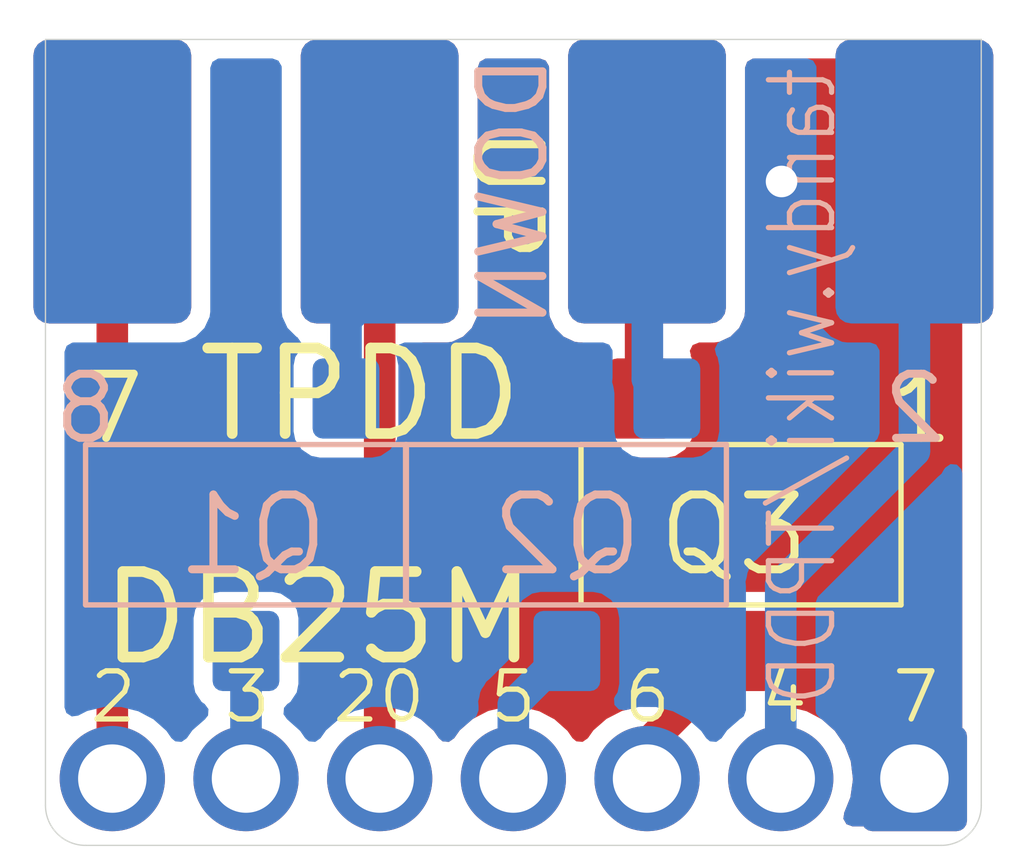
<source format=kicad_pcb>
(kicad_pcb (version 20240108) (generator "pcbnew") (generator_version "8.0")
  (layers (0 "F.Cu" signal "Top") (31 "B.Cu" signal "Bottom") (34 "B.Paste" user) (35 "F.Paste" user) (36 "B.SilkS" user "B.Silkscreen") (37 "F.SilkS" user "F.Silkscreen") (38 "B.Mask" user) (39 "F.Mask" user) (44 "Edge.Cuts" user))
  (net 0 "")
  (net 1 "/RX_232")
  (net 2 "/RTS")
  (net 3 "/CTS_232")
  (net 4 "/DSR_232")
  (net 5 "GNDS")
  (net 6 "/DTR")
  (net 7 "/RX_TTL")
  (net 8 "/CTS_TTL")
  (net 9 "/DSR_TTL")
  (net 10 "/TX")
  (footprint "000_LOCAL:SC-59" (layer "F.Cu") (at 147.152 86.1695 -90)
    (property "Reference" "Q3" (at -0.3175 0.8255 0) (layer "F.SilkS") (effects (font (size 0.7112 0.7112) (thickness 0.0762)) (justify left top)))
    (property "Value" "DTA114E" (hide yes))
    (fp_line (start -0.762 1.516) (end 0.762 1.516) (stroke (width 0.0508)) (layer "F.SilkS"))
    (fp_line (start -0.762 -1.524) (end -0.762 1.516) (stroke (width 0.0508)) (layer "F.SilkS"))
    (fp_line (start -0.762 -1.524) (end 0.762 -1.524) (stroke (width 0.0508)) (layer "F.SilkS"))
    (fp_line (start 0.762 -1.524) (end 0.762 1.516) (stroke (width 0.0508)) (layer "F.SilkS"))
    (pad "1" smd roundrect (at -1.2 -0.95 270) (size 0.762 0.635) (layers "F.Cu" "F.Paste" "F.Mask") (roundrect_rratio 0.15) (net 5 "GNDS"))
    (pad "2" smd roundrect (at -1.2 0.95 270) (size 0.762 0.635) (layers "F.Cu" "F.Paste" "F.Mask") (roundrect_rratio 0.15) (net 9 "/DSR_TTL"))
    (pad "3" smd roundrect (at 1.2 0 270) (size 0.762 0.635) (layers "F.Cu" "F.Paste" "F.Mask") (roundrect_rratio 0.15) (net 4 "/DSR_232"))
  )
  (footprint "000_LOCAL:1x7x2mm" (layer "F.Cu") (at 146.263 86.8045)
    (property "Reference" "J1" (hide yes))
    (property "Value" "Conn_01x07" (hide yes))
    (pad "1" thru_hole roundrect (at 2.54 1.778 270) (size 1 1) (drill 0.65) (layers "*.Cu" "*.Mask") (roundrect_rratio 0.1) (net 5 "GNDS"))
    (pad "2" thru_hole oval (at 1.27 1.778 270) (size 1 1) (drill 0.65) (layers "*.Cu" "*.Mask") (net 2 "/RTS"))
    (pad "3" thru_hole oval (at 0 1.778 270) (size 1 1) (drill 0.65) (layers "*.Cu" "*.Mask") (net 4 "/DSR_232"))
    (pad "4" thru_hole oval (at -1.27 1.778 270) (size 1 1) (drill 0.65) (layers "*.Cu" "*.Mask") (net 3 "/CTS_232"))
    (pad "5" thru_hole oval (at -2.54 1.778 270) (size 1 1) (drill 0.65) (layers "*.Cu" "*.Mask") (net 6 "/DTR"))
    (pad "6" thru_hole oval (at -3.81 1.778 270) (size 1 1) (drill 0.65) (layers "*.Cu" "*.Mask") (net 1 "/RX_232"))
    (pad "7" thru_hole oval (at -5.08 1.778 270) (size 1 1) (drill 0.65) (layers "*.Cu" "*.Mask") (net 10 "/TX"))
  )
  (footprint "000_LOCAL:2-6-2_tpdd" (layer "F.Cu") (at 148.803 82.9065)
    (property "Reference" "J2" (hide yes))
    (property "Value" "TPDD")
    (fp_text user "8" (at -7.874 2.159 0) (layer "B.SilkS") (effects (font (size 0.6096 0.6096) (thickness 0.0762)) (justify mirror)))
    (fp_text user "2" (at 0 2.159 0) (layer "B.SilkS") (effects (font (size 0.6096 0.6096) (thickness 0.0762)) (justify mirror)))
    (fp_text user "1" (at 0.0635 2.159 0) (layer "F.SilkS") (effects (font (size 0.6096 0.6096) (thickness 0.0762))))
    (fp_text user "7" (at -7.62 2.159 0) (layer "F.SilkS") (effects (font (size 0.6096 0.6096) (thickness 0.0762))))
    (pad "1" smd roundrect (at 0 0) (size 1.5 2.7) (layers "F.Cu" "F.Mask") (roundrect_rratio 0.1) (net 5 "GNDS"))
    (pad "2" smd roundrect (at 0 0) (size 1.5 2.7) (layers "B.Cu" "B.Mask") (roundrect_rratio 0.1) (net 2 "/RTS"))
    (pad "3" smd roundrect (at -2.54 0) (size 1.5 2.7) (layers "F.Cu" "F.Mask") (roundrect_rratio 0.1) (net 9 "/DSR_TTL"))
    (pad "4" smd roundrect (at -2.54 0) (size 1.5 2.7) (layers "B.Cu" "B.Mask") (roundrect_rratio 0.1) (net 8 "/CTS_TTL"))
    (pad "5" smd roundrect (at -5.08 0) (size 1.5 2.7) (layers "F.Cu" "F.Mask") (roundrect_rratio 0.1) (net 6 "/DTR"))
    (pad "6" smd roundrect (at -5.08 0) (size 1.5 2.7) (layers "B.Cu" "B.Mask") (roundrect_rratio 0.1) (net 7 "/RX_TTL"))
    (pad "7" smd roundrect (at -7.62 0) (size 1.5 2.7) (layers "F.Cu" "F.Mask") (roundrect_rratio 0.1) (net 10 "/TX"))
    (pad "8" smd roundrect (at -7.62 0) (size 1.5 2.7) (layers "B.Cu" "B.Mask") (roundrect_rratio 0.1))
  )
  (footprint "000_LOCAL:SC-59" (layer "B.Cu") (at 145.501 86.1695 -90)
    (property "Reference" "Q2" (at -0.3175 0.762 0) (layer "B.SilkS") (effects (font (size 0.7112 0.7112) (thickness 0.0762)) (justify right top mirror)))
    (property "Value" "DTA114E" (hide yes))
    (fp_line (start -0.762 1.524) (end 0.762 1.524) (stroke (width 0.0508)) (layer "B.SilkS"))
    (fp_line (start -0.762 1.524) (end -0.762 -1.516) (stroke (width 0.0508)) (layer "B.SilkS"))
    (fp_line (start 0.762 1.524) (end 0.762 -1.516) (stroke (width 0.0508)) (layer "B.SilkS"))
    (fp_line (start -0.762 -1.516) (end 0.762 -1.516) (stroke (width 0.0508)) (layer "B.SilkS"))
    (pad "1" smd roundrect (at -1.2 0.95 270) (size 0.762 0.635) (layers "B.Cu" "B.Paste" "B.Mask") (roundrect_rratio 0.15) (net 5 "GNDS"))
    (pad "2" smd roundrect (at -1.2 -0.95 270) (size 0.762 0.635) (layers "B.Cu" "B.Paste" "B.Mask") (roundrect_rratio 0.15) (net 8 "/CTS_TTL"))
    (pad "3" smd roundrect (at 1.2 0 270) (size 0.762 0.635) (layers "B.Cu" "B.Paste" "B.Mask") (roundrect_rratio 0.15) (net 3 "/CTS_232"))
  )
  (footprint "000_LOCAL:SC-59" (layer "B.Cu") (at 142.453 86.1695 -90)
    (property "Reference" "Q1" (at -0.3175 0.6985 0) (layer "B.SilkS") (effects (font (size 0.7112 0.7112) (thickness 0.0762)) (justify right top mirror)))
    (property "Value" "DTA114E" (hide yes))
    (fp_line (start -0.762 1.524) (end 0.762 1.524) (stroke (width 0.0508)) (layer "B.SilkS"))
    (fp_line (start -0.762 1.524) (end -0.762 -1.516) (stroke (width 0.0508)) (layer "B.SilkS"))
    (fp_line (start 0.762 1.524) (end 0.762 -1.516) (stroke (width 0.0508)) (layer "B.SilkS"))
    (fp_line (start -0.762 -1.516) (end 0.762 -1.516) (stroke (width 0.0508)) (layer "B.SilkS"))
    (pad "1" smd roundrect (at -1.2 0.95 270) (size 0.762 0.635) (layers "B.Cu" "B.Paste" "B.Mask") (roundrect_rratio 0.15) (net 5 "GNDS"))
    (pad "2" smd roundrect (at -1.2 -0.95 270) (size 0.762 0.635) (layers "B.Cu" "B.Paste" "B.Mask") (roundrect_rratio 0.15) (net 7 "/RX_TTL"))
    (pad "3" smd roundrect (at 1.2 0 270) (size 0.762 0.635) (layers "B.Cu" "B.Paste" "B.Mask") (roundrect_rratio 0.15) (net 1 "/RX_232"))
  )
  (gr_line (start 140.548 88.8365) (end 140.548 81.5565) (stroke (width 0.0127)) (layer "Edge.Cuts"))
  (gr_line (start 149.057 89.2175) (end 140.929 89.2175) (stroke (width 0.0127)) (layer "Edge.Cuts"))
  (gr_line (start 149.438 88.8365) (end 149.438 81.5565) (stroke (width 0.0127)) (layer "Edge.Cuts"))
  (gr_arc (start 149.438 88.8365) (mid 149.326408 89.105908) (end 149.057 89.2175) (stroke (width 0.0127)) (layer "Edge.Cuts"))
  (gr_arc (start 140.929 89.2175) (mid 140.659592 89.105908) (end 140.548 88.8365) (stroke (width 0.0127)) (layer "Edge.Cuts"))
  (gr_line (start 140.548 81.5565) (end 149.438 81.5565) (stroke (width 0.0127)) (layer "Edge.Cuts"))
  (gr_text "DOWN" (at 144.991 83.0065 -270) (layer "B.SilkS") (effects (font (size 0.6096 0.6096) (thickness 0.0762)) (justify mirror)))
  (gr_text "tandy.wiki/TPDD" (at 147.741 84.8565 -270) (layer "B.SilkS") (effects (font (size 0.6 0.5) (thickness 0.05)) (justify mirror)))
  (gr_text "UP" (at 144.9295 83.0315 -90) (layer "F.SilkS") (effects (font (size 0.6096 0.6096) (thickness 0.0762))))
  (gr_text "TPDD" (at 143.541 84.9315 0) (layer "F.SilkS") (effects (font (size 0.8128 0.8128) (thickness 0.1016))))
  (gr_text "6" (at 146.266 87.8065 0) (layer "F.SilkS") (effects (font (size 0.4572 0.4572) (thickness 0.0508))))
  (gr_text "20" (at 143.716 87.8065 0) (layer "F.SilkS") (effects (font (size 0.4572 0.4572) (thickness 0.0508))))
  (gr_text "5" (at 144.991 87.8065 0) (layer "F.SilkS") (effects (font (size 0.4572 0.4572) (thickness 0.0508))))
  (gr_text "4" (at 147.566 87.8065 0) (layer "F.SilkS") (effects (font (size 0.4572 0.4572) (thickness 0.0508))))
  (gr_text "2" (at 141.191 87.8065 0) (layer "F.SilkS") (effects (font (size 0.4572 0.4572) (thickness 0.0508))))
  (gr_text "7" (at 148.816 87.8065 0) (layer "F.SilkS") (effects (font (size 0.4572 0.4572) (thickness 0.0508))))
  (gr_text "DB25M" (at 143.141 87.0565 0) (layer "F.SilkS") (effects (font (size 0.8128 0.8128) (thickness 0.1016))))
  (gr_text "3" (at 142.466 87.8065 0) (layer "F.SilkS") (effects (font (size 0.4572 0.4572) (thickness 0.0508))))
  (segment (start 142.453 87.3695) (end 142.453 88.5825) (width 0.3) (layer "B.Cu") (net 1))
  (segment (start 147.533 86.7395) (end 148.803 85.4695) (width 0.3) (layer "B.Cu") (net 2))
  (segment (start 147.533 88.5825) (end 147.533 86.7395) (width 0.3) (layer "B.Cu") (net 2))
  (segment (start 148.803 85.4695) (end 148.803 82.9065) (width 0.3) (layer "B.Cu") (net 2))
  (segment (start 145.501 87.3695) (end 144.993 87.8775) (width 0.3) (layer "B.Cu") (net 3))
  (segment (start 144.993 87.8775) (end 144.993 88.5825) (width 0.3) (layer "B.Cu") (net 3))
  (segment (start 146.263 88.2585) (end 146.263 88.5825) (width 0.3) (layer "F.Cu") (net 4))
  (segment (start 147.152 87.3695) (end 146.263 88.2585) (width 0.3) (layer "F.Cu") (net 4))
  (via (at 147.541 82.9065) (size 0.5) (drill 0.3) (layers "F.Cu" "B.Cu") (net 5))
  (segment (start 144.551 84.9695) (end 144.551 84.9695) (width 0.5) (layer "B.Cu") (net 5))
  (segment (start 143.723 82.9065) (end 143.723 88.5825) (width 0.3) (layer "F.Cu") (net 6))
  (segment (start 143.723 82.9065) (end 143.723 83.8995) (width 0.3) (layer "B.Cu") (net 7))
  (segment (start 143.403 84.2195) (end 143.403 84.9695) (width 0.3) (layer "B.Cu") (net 7))
  (segment (start 143.723 83.8995) (end 143.403 84.2195) (width 0.3) (layer "B.Cu") (net 7))
  (segment (start 146.266 84.7845) (end 146.266 82.9065) (width 0.3) (layer "B.Cu") (net 8))
  (segment (start 146.451 84.9695) (end 146.266 84.7845) (width 0.3) (layer "B.Cu") (net 8))
  (segment (start 146.263 82.9065) (end 146.263 84.1095) (width 0.3) (layer "F.Cu") (net 9))
  (segment (start 146.202 84.1705) (end 146.202 84.9695) (width 0.3) (layer "F.Cu") (net 9))
  (segment (start 146.263 84.1095) (end 146.202 84.1705) (width 0.3) (layer "F.Cu") (net 9))
  (segment (start 141.183 82.9065) (end 141.183 88.5825) (width 0.3) (layer "F.Cu") (net 10))
  (zone (net 5) (net_name "GNDS") (layer "F.Cu") (connect_pads yes (clearance 0.18)) (min_thickness 0.18) (fill yes (thermal_gap 0.508) (thermal_bridge_width 0.508) (smoothing fillet) (radius 0.09))
    (polygon (pts (xy 149.866 89.4315) (xy 140.116 89.4315) (xy 140.116 81.1815) (xy 149.866 81.1815)))
  )
  (zone (net 5) (net_name "GNDS") (layer "B.Cu") (connect_pads yes (clearance 0.18)) (min_thickness 0.18) (fill yes (thermal_gap 0.508) (thermal_bridge_width 0.508) (smoothing fillet) (radius 0.09))
    (polygon (pts (xy 149.866 89.4315) (xy 140.116 89.4315) (xy 140.116 81.1815) (xy 149.866 81.1815)))
  )
)
</source>
